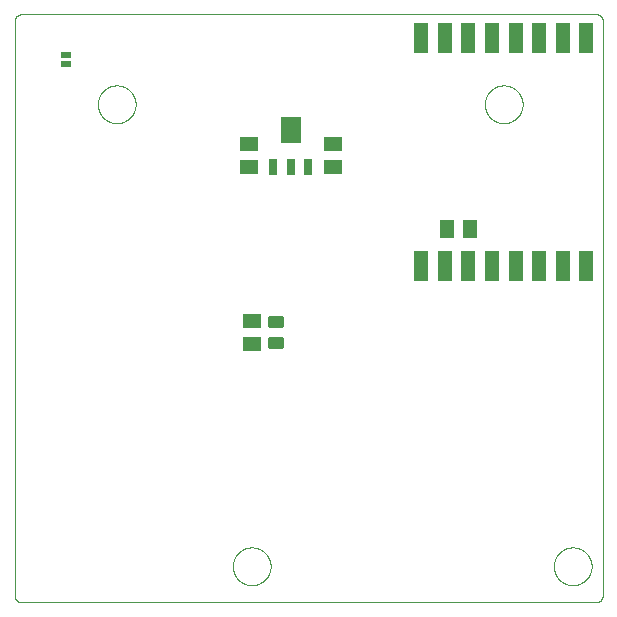
<source format=gtp>
G75*
%MOIN*%
%OFA0B0*%
%FSLAX25Y25*%
%IPPOS*%
%LPD*%
%AMOC8*
5,1,8,0,0,1.08239X$1,22.5*
%
%ADD10C,0.00000*%
%ADD11C,0.01000*%
%ADD12R,0.05906X0.05118*%
%ADD13R,0.05118X0.05906*%
%ADD14R,0.05000X0.10000*%
%ADD15R,0.03500X0.02400*%
%ADD16R,0.03150X0.05512*%
%ADD17R,0.07087X0.08661*%
D10*
X0001500Y0003736D02*
X0001500Y0195264D01*
X0001502Y0195356D01*
X0001508Y0195449D01*
X0001517Y0195541D01*
X0001530Y0195632D01*
X0001548Y0195723D01*
X0001568Y0195813D01*
X0001593Y0195902D01*
X0001621Y0195990D01*
X0001653Y0196077D01*
X0001688Y0196162D01*
X0001727Y0196246D01*
X0001769Y0196328D01*
X0001815Y0196409D01*
X0001864Y0196487D01*
X0001916Y0196563D01*
X0001971Y0196637D01*
X0002030Y0196709D01*
X0002091Y0196778D01*
X0002155Y0196845D01*
X0002222Y0196909D01*
X0002291Y0196970D01*
X0002363Y0197029D01*
X0002437Y0197084D01*
X0002513Y0197136D01*
X0002591Y0197185D01*
X0002672Y0197231D01*
X0002754Y0197273D01*
X0002838Y0197312D01*
X0002923Y0197347D01*
X0003010Y0197379D01*
X0003098Y0197407D01*
X0003187Y0197432D01*
X0003277Y0197452D01*
X0003368Y0197470D01*
X0003459Y0197483D01*
X0003551Y0197492D01*
X0003644Y0197498D01*
X0003736Y0197500D01*
X0195264Y0197500D01*
X0195356Y0197498D01*
X0195449Y0197492D01*
X0195541Y0197483D01*
X0195632Y0197470D01*
X0195723Y0197452D01*
X0195813Y0197432D01*
X0195902Y0197407D01*
X0195990Y0197379D01*
X0196077Y0197347D01*
X0196162Y0197312D01*
X0196246Y0197273D01*
X0196328Y0197231D01*
X0196409Y0197185D01*
X0196487Y0197136D01*
X0196563Y0197084D01*
X0196637Y0197029D01*
X0196709Y0196970D01*
X0196778Y0196909D01*
X0196845Y0196845D01*
X0196909Y0196778D01*
X0196970Y0196709D01*
X0197029Y0196637D01*
X0197084Y0196563D01*
X0197136Y0196487D01*
X0197185Y0196409D01*
X0197231Y0196328D01*
X0197273Y0196246D01*
X0197312Y0196162D01*
X0197347Y0196077D01*
X0197379Y0195990D01*
X0197407Y0195902D01*
X0197432Y0195813D01*
X0197452Y0195723D01*
X0197470Y0195632D01*
X0197483Y0195541D01*
X0197492Y0195449D01*
X0197498Y0195356D01*
X0197500Y0195264D01*
X0197500Y0003736D01*
X0197498Y0003644D01*
X0197492Y0003551D01*
X0197483Y0003459D01*
X0197470Y0003368D01*
X0197452Y0003277D01*
X0197432Y0003187D01*
X0197407Y0003098D01*
X0197379Y0003010D01*
X0197347Y0002923D01*
X0197312Y0002838D01*
X0197273Y0002754D01*
X0197231Y0002672D01*
X0197185Y0002591D01*
X0197136Y0002513D01*
X0197084Y0002437D01*
X0197029Y0002363D01*
X0196970Y0002291D01*
X0196909Y0002222D01*
X0196845Y0002155D01*
X0196778Y0002091D01*
X0196709Y0002030D01*
X0196637Y0001971D01*
X0196563Y0001916D01*
X0196487Y0001864D01*
X0196409Y0001815D01*
X0196328Y0001769D01*
X0196246Y0001727D01*
X0196162Y0001688D01*
X0196077Y0001653D01*
X0195990Y0001621D01*
X0195902Y0001593D01*
X0195813Y0001568D01*
X0195723Y0001548D01*
X0195632Y0001530D01*
X0195541Y0001517D01*
X0195449Y0001508D01*
X0195356Y0001502D01*
X0195264Y0001500D01*
X0003736Y0001500D01*
X0003644Y0001502D01*
X0003551Y0001508D01*
X0003459Y0001517D01*
X0003368Y0001530D01*
X0003277Y0001548D01*
X0003187Y0001568D01*
X0003098Y0001593D01*
X0003010Y0001621D01*
X0002923Y0001653D01*
X0002838Y0001688D01*
X0002754Y0001727D01*
X0002672Y0001769D01*
X0002591Y0001815D01*
X0002513Y0001864D01*
X0002437Y0001916D01*
X0002363Y0001971D01*
X0002291Y0002030D01*
X0002222Y0002091D01*
X0002155Y0002155D01*
X0002091Y0002222D01*
X0002030Y0002291D01*
X0001971Y0002363D01*
X0001916Y0002437D01*
X0001864Y0002513D01*
X0001815Y0002591D01*
X0001769Y0002672D01*
X0001727Y0002754D01*
X0001688Y0002838D01*
X0001653Y0002923D01*
X0001621Y0003010D01*
X0001593Y0003098D01*
X0001568Y0003187D01*
X0001548Y0003277D01*
X0001530Y0003368D01*
X0001517Y0003459D01*
X0001508Y0003551D01*
X0001502Y0003644D01*
X0001500Y0003736D01*
X0074201Y0013500D02*
X0074203Y0013658D01*
X0074209Y0013816D01*
X0074219Y0013974D01*
X0074233Y0014132D01*
X0074251Y0014289D01*
X0074272Y0014446D01*
X0074298Y0014602D01*
X0074328Y0014758D01*
X0074361Y0014913D01*
X0074399Y0015066D01*
X0074440Y0015219D01*
X0074485Y0015371D01*
X0074534Y0015522D01*
X0074587Y0015671D01*
X0074643Y0015819D01*
X0074703Y0015965D01*
X0074767Y0016110D01*
X0074835Y0016253D01*
X0074906Y0016395D01*
X0074980Y0016535D01*
X0075058Y0016672D01*
X0075140Y0016808D01*
X0075224Y0016942D01*
X0075313Y0017073D01*
X0075404Y0017202D01*
X0075499Y0017329D01*
X0075596Y0017454D01*
X0075697Y0017576D01*
X0075801Y0017695D01*
X0075908Y0017812D01*
X0076018Y0017926D01*
X0076131Y0018037D01*
X0076246Y0018146D01*
X0076364Y0018251D01*
X0076485Y0018353D01*
X0076608Y0018453D01*
X0076734Y0018549D01*
X0076862Y0018642D01*
X0076992Y0018732D01*
X0077125Y0018818D01*
X0077260Y0018902D01*
X0077396Y0018981D01*
X0077535Y0019058D01*
X0077676Y0019130D01*
X0077818Y0019200D01*
X0077962Y0019265D01*
X0078108Y0019327D01*
X0078255Y0019385D01*
X0078404Y0019440D01*
X0078554Y0019491D01*
X0078705Y0019538D01*
X0078857Y0019581D01*
X0079010Y0019620D01*
X0079165Y0019656D01*
X0079320Y0019687D01*
X0079476Y0019715D01*
X0079632Y0019739D01*
X0079789Y0019759D01*
X0079947Y0019775D01*
X0080104Y0019787D01*
X0080263Y0019795D01*
X0080421Y0019799D01*
X0080579Y0019799D01*
X0080737Y0019795D01*
X0080896Y0019787D01*
X0081053Y0019775D01*
X0081211Y0019759D01*
X0081368Y0019739D01*
X0081524Y0019715D01*
X0081680Y0019687D01*
X0081835Y0019656D01*
X0081990Y0019620D01*
X0082143Y0019581D01*
X0082295Y0019538D01*
X0082446Y0019491D01*
X0082596Y0019440D01*
X0082745Y0019385D01*
X0082892Y0019327D01*
X0083038Y0019265D01*
X0083182Y0019200D01*
X0083324Y0019130D01*
X0083465Y0019058D01*
X0083604Y0018981D01*
X0083740Y0018902D01*
X0083875Y0018818D01*
X0084008Y0018732D01*
X0084138Y0018642D01*
X0084266Y0018549D01*
X0084392Y0018453D01*
X0084515Y0018353D01*
X0084636Y0018251D01*
X0084754Y0018146D01*
X0084869Y0018037D01*
X0084982Y0017926D01*
X0085092Y0017812D01*
X0085199Y0017695D01*
X0085303Y0017576D01*
X0085404Y0017454D01*
X0085501Y0017329D01*
X0085596Y0017202D01*
X0085687Y0017073D01*
X0085776Y0016942D01*
X0085860Y0016808D01*
X0085942Y0016672D01*
X0086020Y0016535D01*
X0086094Y0016395D01*
X0086165Y0016253D01*
X0086233Y0016110D01*
X0086297Y0015965D01*
X0086357Y0015819D01*
X0086413Y0015671D01*
X0086466Y0015522D01*
X0086515Y0015371D01*
X0086560Y0015219D01*
X0086601Y0015066D01*
X0086639Y0014913D01*
X0086672Y0014758D01*
X0086702Y0014602D01*
X0086728Y0014446D01*
X0086749Y0014289D01*
X0086767Y0014132D01*
X0086781Y0013974D01*
X0086791Y0013816D01*
X0086797Y0013658D01*
X0086799Y0013500D01*
X0086797Y0013342D01*
X0086791Y0013184D01*
X0086781Y0013026D01*
X0086767Y0012868D01*
X0086749Y0012711D01*
X0086728Y0012554D01*
X0086702Y0012398D01*
X0086672Y0012242D01*
X0086639Y0012087D01*
X0086601Y0011934D01*
X0086560Y0011781D01*
X0086515Y0011629D01*
X0086466Y0011478D01*
X0086413Y0011329D01*
X0086357Y0011181D01*
X0086297Y0011035D01*
X0086233Y0010890D01*
X0086165Y0010747D01*
X0086094Y0010605D01*
X0086020Y0010465D01*
X0085942Y0010328D01*
X0085860Y0010192D01*
X0085776Y0010058D01*
X0085687Y0009927D01*
X0085596Y0009798D01*
X0085501Y0009671D01*
X0085404Y0009546D01*
X0085303Y0009424D01*
X0085199Y0009305D01*
X0085092Y0009188D01*
X0084982Y0009074D01*
X0084869Y0008963D01*
X0084754Y0008854D01*
X0084636Y0008749D01*
X0084515Y0008647D01*
X0084392Y0008547D01*
X0084266Y0008451D01*
X0084138Y0008358D01*
X0084008Y0008268D01*
X0083875Y0008182D01*
X0083740Y0008098D01*
X0083604Y0008019D01*
X0083465Y0007942D01*
X0083324Y0007870D01*
X0083182Y0007800D01*
X0083038Y0007735D01*
X0082892Y0007673D01*
X0082745Y0007615D01*
X0082596Y0007560D01*
X0082446Y0007509D01*
X0082295Y0007462D01*
X0082143Y0007419D01*
X0081990Y0007380D01*
X0081835Y0007344D01*
X0081680Y0007313D01*
X0081524Y0007285D01*
X0081368Y0007261D01*
X0081211Y0007241D01*
X0081053Y0007225D01*
X0080896Y0007213D01*
X0080737Y0007205D01*
X0080579Y0007201D01*
X0080421Y0007201D01*
X0080263Y0007205D01*
X0080104Y0007213D01*
X0079947Y0007225D01*
X0079789Y0007241D01*
X0079632Y0007261D01*
X0079476Y0007285D01*
X0079320Y0007313D01*
X0079165Y0007344D01*
X0079010Y0007380D01*
X0078857Y0007419D01*
X0078705Y0007462D01*
X0078554Y0007509D01*
X0078404Y0007560D01*
X0078255Y0007615D01*
X0078108Y0007673D01*
X0077962Y0007735D01*
X0077818Y0007800D01*
X0077676Y0007870D01*
X0077535Y0007942D01*
X0077396Y0008019D01*
X0077260Y0008098D01*
X0077125Y0008182D01*
X0076992Y0008268D01*
X0076862Y0008358D01*
X0076734Y0008451D01*
X0076608Y0008547D01*
X0076485Y0008647D01*
X0076364Y0008749D01*
X0076246Y0008854D01*
X0076131Y0008963D01*
X0076018Y0009074D01*
X0075908Y0009188D01*
X0075801Y0009305D01*
X0075697Y0009424D01*
X0075596Y0009546D01*
X0075499Y0009671D01*
X0075404Y0009798D01*
X0075313Y0009927D01*
X0075224Y0010058D01*
X0075140Y0010192D01*
X0075058Y0010328D01*
X0074980Y0010465D01*
X0074906Y0010605D01*
X0074835Y0010747D01*
X0074767Y0010890D01*
X0074703Y0011035D01*
X0074643Y0011181D01*
X0074587Y0011329D01*
X0074534Y0011478D01*
X0074485Y0011629D01*
X0074440Y0011781D01*
X0074399Y0011934D01*
X0074361Y0012087D01*
X0074328Y0012242D01*
X0074298Y0012398D01*
X0074272Y0012554D01*
X0074251Y0012711D01*
X0074233Y0012868D01*
X0074219Y0013026D01*
X0074209Y0013184D01*
X0074203Y0013342D01*
X0074201Y0013500D01*
X0181201Y0013500D02*
X0181203Y0013658D01*
X0181209Y0013816D01*
X0181219Y0013974D01*
X0181233Y0014132D01*
X0181251Y0014289D01*
X0181272Y0014446D01*
X0181298Y0014602D01*
X0181328Y0014758D01*
X0181361Y0014913D01*
X0181399Y0015066D01*
X0181440Y0015219D01*
X0181485Y0015371D01*
X0181534Y0015522D01*
X0181587Y0015671D01*
X0181643Y0015819D01*
X0181703Y0015965D01*
X0181767Y0016110D01*
X0181835Y0016253D01*
X0181906Y0016395D01*
X0181980Y0016535D01*
X0182058Y0016672D01*
X0182140Y0016808D01*
X0182224Y0016942D01*
X0182313Y0017073D01*
X0182404Y0017202D01*
X0182499Y0017329D01*
X0182596Y0017454D01*
X0182697Y0017576D01*
X0182801Y0017695D01*
X0182908Y0017812D01*
X0183018Y0017926D01*
X0183131Y0018037D01*
X0183246Y0018146D01*
X0183364Y0018251D01*
X0183485Y0018353D01*
X0183608Y0018453D01*
X0183734Y0018549D01*
X0183862Y0018642D01*
X0183992Y0018732D01*
X0184125Y0018818D01*
X0184260Y0018902D01*
X0184396Y0018981D01*
X0184535Y0019058D01*
X0184676Y0019130D01*
X0184818Y0019200D01*
X0184962Y0019265D01*
X0185108Y0019327D01*
X0185255Y0019385D01*
X0185404Y0019440D01*
X0185554Y0019491D01*
X0185705Y0019538D01*
X0185857Y0019581D01*
X0186010Y0019620D01*
X0186165Y0019656D01*
X0186320Y0019687D01*
X0186476Y0019715D01*
X0186632Y0019739D01*
X0186789Y0019759D01*
X0186947Y0019775D01*
X0187104Y0019787D01*
X0187263Y0019795D01*
X0187421Y0019799D01*
X0187579Y0019799D01*
X0187737Y0019795D01*
X0187896Y0019787D01*
X0188053Y0019775D01*
X0188211Y0019759D01*
X0188368Y0019739D01*
X0188524Y0019715D01*
X0188680Y0019687D01*
X0188835Y0019656D01*
X0188990Y0019620D01*
X0189143Y0019581D01*
X0189295Y0019538D01*
X0189446Y0019491D01*
X0189596Y0019440D01*
X0189745Y0019385D01*
X0189892Y0019327D01*
X0190038Y0019265D01*
X0190182Y0019200D01*
X0190324Y0019130D01*
X0190465Y0019058D01*
X0190604Y0018981D01*
X0190740Y0018902D01*
X0190875Y0018818D01*
X0191008Y0018732D01*
X0191138Y0018642D01*
X0191266Y0018549D01*
X0191392Y0018453D01*
X0191515Y0018353D01*
X0191636Y0018251D01*
X0191754Y0018146D01*
X0191869Y0018037D01*
X0191982Y0017926D01*
X0192092Y0017812D01*
X0192199Y0017695D01*
X0192303Y0017576D01*
X0192404Y0017454D01*
X0192501Y0017329D01*
X0192596Y0017202D01*
X0192687Y0017073D01*
X0192776Y0016942D01*
X0192860Y0016808D01*
X0192942Y0016672D01*
X0193020Y0016535D01*
X0193094Y0016395D01*
X0193165Y0016253D01*
X0193233Y0016110D01*
X0193297Y0015965D01*
X0193357Y0015819D01*
X0193413Y0015671D01*
X0193466Y0015522D01*
X0193515Y0015371D01*
X0193560Y0015219D01*
X0193601Y0015066D01*
X0193639Y0014913D01*
X0193672Y0014758D01*
X0193702Y0014602D01*
X0193728Y0014446D01*
X0193749Y0014289D01*
X0193767Y0014132D01*
X0193781Y0013974D01*
X0193791Y0013816D01*
X0193797Y0013658D01*
X0193799Y0013500D01*
X0193797Y0013342D01*
X0193791Y0013184D01*
X0193781Y0013026D01*
X0193767Y0012868D01*
X0193749Y0012711D01*
X0193728Y0012554D01*
X0193702Y0012398D01*
X0193672Y0012242D01*
X0193639Y0012087D01*
X0193601Y0011934D01*
X0193560Y0011781D01*
X0193515Y0011629D01*
X0193466Y0011478D01*
X0193413Y0011329D01*
X0193357Y0011181D01*
X0193297Y0011035D01*
X0193233Y0010890D01*
X0193165Y0010747D01*
X0193094Y0010605D01*
X0193020Y0010465D01*
X0192942Y0010328D01*
X0192860Y0010192D01*
X0192776Y0010058D01*
X0192687Y0009927D01*
X0192596Y0009798D01*
X0192501Y0009671D01*
X0192404Y0009546D01*
X0192303Y0009424D01*
X0192199Y0009305D01*
X0192092Y0009188D01*
X0191982Y0009074D01*
X0191869Y0008963D01*
X0191754Y0008854D01*
X0191636Y0008749D01*
X0191515Y0008647D01*
X0191392Y0008547D01*
X0191266Y0008451D01*
X0191138Y0008358D01*
X0191008Y0008268D01*
X0190875Y0008182D01*
X0190740Y0008098D01*
X0190604Y0008019D01*
X0190465Y0007942D01*
X0190324Y0007870D01*
X0190182Y0007800D01*
X0190038Y0007735D01*
X0189892Y0007673D01*
X0189745Y0007615D01*
X0189596Y0007560D01*
X0189446Y0007509D01*
X0189295Y0007462D01*
X0189143Y0007419D01*
X0188990Y0007380D01*
X0188835Y0007344D01*
X0188680Y0007313D01*
X0188524Y0007285D01*
X0188368Y0007261D01*
X0188211Y0007241D01*
X0188053Y0007225D01*
X0187896Y0007213D01*
X0187737Y0007205D01*
X0187579Y0007201D01*
X0187421Y0007201D01*
X0187263Y0007205D01*
X0187104Y0007213D01*
X0186947Y0007225D01*
X0186789Y0007241D01*
X0186632Y0007261D01*
X0186476Y0007285D01*
X0186320Y0007313D01*
X0186165Y0007344D01*
X0186010Y0007380D01*
X0185857Y0007419D01*
X0185705Y0007462D01*
X0185554Y0007509D01*
X0185404Y0007560D01*
X0185255Y0007615D01*
X0185108Y0007673D01*
X0184962Y0007735D01*
X0184818Y0007800D01*
X0184676Y0007870D01*
X0184535Y0007942D01*
X0184396Y0008019D01*
X0184260Y0008098D01*
X0184125Y0008182D01*
X0183992Y0008268D01*
X0183862Y0008358D01*
X0183734Y0008451D01*
X0183608Y0008547D01*
X0183485Y0008647D01*
X0183364Y0008749D01*
X0183246Y0008854D01*
X0183131Y0008963D01*
X0183018Y0009074D01*
X0182908Y0009188D01*
X0182801Y0009305D01*
X0182697Y0009424D01*
X0182596Y0009546D01*
X0182499Y0009671D01*
X0182404Y0009798D01*
X0182313Y0009927D01*
X0182224Y0010058D01*
X0182140Y0010192D01*
X0182058Y0010328D01*
X0181980Y0010465D01*
X0181906Y0010605D01*
X0181835Y0010747D01*
X0181767Y0010890D01*
X0181703Y0011035D01*
X0181643Y0011181D01*
X0181587Y0011329D01*
X0181534Y0011478D01*
X0181485Y0011629D01*
X0181440Y0011781D01*
X0181399Y0011934D01*
X0181361Y0012087D01*
X0181328Y0012242D01*
X0181298Y0012398D01*
X0181272Y0012554D01*
X0181251Y0012711D01*
X0181233Y0012868D01*
X0181219Y0013026D01*
X0181209Y0013184D01*
X0181203Y0013342D01*
X0181201Y0013500D01*
X0158201Y0167500D02*
X0158203Y0167658D01*
X0158209Y0167816D01*
X0158219Y0167974D01*
X0158233Y0168132D01*
X0158251Y0168289D01*
X0158272Y0168446D01*
X0158298Y0168602D01*
X0158328Y0168758D01*
X0158361Y0168913D01*
X0158399Y0169066D01*
X0158440Y0169219D01*
X0158485Y0169371D01*
X0158534Y0169522D01*
X0158587Y0169671D01*
X0158643Y0169819D01*
X0158703Y0169965D01*
X0158767Y0170110D01*
X0158835Y0170253D01*
X0158906Y0170395D01*
X0158980Y0170535D01*
X0159058Y0170672D01*
X0159140Y0170808D01*
X0159224Y0170942D01*
X0159313Y0171073D01*
X0159404Y0171202D01*
X0159499Y0171329D01*
X0159596Y0171454D01*
X0159697Y0171576D01*
X0159801Y0171695D01*
X0159908Y0171812D01*
X0160018Y0171926D01*
X0160131Y0172037D01*
X0160246Y0172146D01*
X0160364Y0172251D01*
X0160485Y0172353D01*
X0160608Y0172453D01*
X0160734Y0172549D01*
X0160862Y0172642D01*
X0160992Y0172732D01*
X0161125Y0172818D01*
X0161260Y0172902D01*
X0161396Y0172981D01*
X0161535Y0173058D01*
X0161676Y0173130D01*
X0161818Y0173200D01*
X0161962Y0173265D01*
X0162108Y0173327D01*
X0162255Y0173385D01*
X0162404Y0173440D01*
X0162554Y0173491D01*
X0162705Y0173538D01*
X0162857Y0173581D01*
X0163010Y0173620D01*
X0163165Y0173656D01*
X0163320Y0173687D01*
X0163476Y0173715D01*
X0163632Y0173739D01*
X0163789Y0173759D01*
X0163947Y0173775D01*
X0164104Y0173787D01*
X0164263Y0173795D01*
X0164421Y0173799D01*
X0164579Y0173799D01*
X0164737Y0173795D01*
X0164896Y0173787D01*
X0165053Y0173775D01*
X0165211Y0173759D01*
X0165368Y0173739D01*
X0165524Y0173715D01*
X0165680Y0173687D01*
X0165835Y0173656D01*
X0165990Y0173620D01*
X0166143Y0173581D01*
X0166295Y0173538D01*
X0166446Y0173491D01*
X0166596Y0173440D01*
X0166745Y0173385D01*
X0166892Y0173327D01*
X0167038Y0173265D01*
X0167182Y0173200D01*
X0167324Y0173130D01*
X0167465Y0173058D01*
X0167604Y0172981D01*
X0167740Y0172902D01*
X0167875Y0172818D01*
X0168008Y0172732D01*
X0168138Y0172642D01*
X0168266Y0172549D01*
X0168392Y0172453D01*
X0168515Y0172353D01*
X0168636Y0172251D01*
X0168754Y0172146D01*
X0168869Y0172037D01*
X0168982Y0171926D01*
X0169092Y0171812D01*
X0169199Y0171695D01*
X0169303Y0171576D01*
X0169404Y0171454D01*
X0169501Y0171329D01*
X0169596Y0171202D01*
X0169687Y0171073D01*
X0169776Y0170942D01*
X0169860Y0170808D01*
X0169942Y0170672D01*
X0170020Y0170535D01*
X0170094Y0170395D01*
X0170165Y0170253D01*
X0170233Y0170110D01*
X0170297Y0169965D01*
X0170357Y0169819D01*
X0170413Y0169671D01*
X0170466Y0169522D01*
X0170515Y0169371D01*
X0170560Y0169219D01*
X0170601Y0169066D01*
X0170639Y0168913D01*
X0170672Y0168758D01*
X0170702Y0168602D01*
X0170728Y0168446D01*
X0170749Y0168289D01*
X0170767Y0168132D01*
X0170781Y0167974D01*
X0170791Y0167816D01*
X0170797Y0167658D01*
X0170799Y0167500D01*
X0170797Y0167342D01*
X0170791Y0167184D01*
X0170781Y0167026D01*
X0170767Y0166868D01*
X0170749Y0166711D01*
X0170728Y0166554D01*
X0170702Y0166398D01*
X0170672Y0166242D01*
X0170639Y0166087D01*
X0170601Y0165934D01*
X0170560Y0165781D01*
X0170515Y0165629D01*
X0170466Y0165478D01*
X0170413Y0165329D01*
X0170357Y0165181D01*
X0170297Y0165035D01*
X0170233Y0164890D01*
X0170165Y0164747D01*
X0170094Y0164605D01*
X0170020Y0164465D01*
X0169942Y0164328D01*
X0169860Y0164192D01*
X0169776Y0164058D01*
X0169687Y0163927D01*
X0169596Y0163798D01*
X0169501Y0163671D01*
X0169404Y0163546D01*
X0169303Y0163424D01*
X0169199Y0163305D01*
X0169092Y0163188D01*
X0168982Y0163074D01*
X0168869Y0162963D01*
X0168754Y0162854D01*
X0168636Y0162749D01*
X0168515Y0162647D01*
X0168392Y0162547D01*
X0168266Y0162451D01*
X0168138Y0162358D01*
X0168008Y0162268D01*
X0167875Y0162182D01*
X0167740Y0162098D01*
X0167604Y0162019D01*
X0167465Y0161942D01*
X0167324Y0161870D01*
X0167182Y0161800D01*
X0167038Y0161735D01*
X0166892Y0161673D01*
X0166745Y0161615D01*
X0166596Y0161560D01*
X0166446Y0161509D01*
X0166295Y0161462D01*
X0166143Y0161419D01*
X0165990Y0161380D01*
X0165835Y0161344D01*
X0165680Y0161313D01*
X0165524Y0161285D01*
X0165368Y0161261D01*
X0165211Y0161241D01*
X0165053Y0161225D01*
X0164896Y0161213D01*
X0164737Y0161205D01*
X0164579Y0161201D01*
X0164421Y0161201D01*
X0164263Y0161205D01*
X0164104Y0161213D01*
X0163947Y0161225D01*
X0163789Y0161241D01*
X0163632Y0161261D01*
X0163476Y0161285D01*
X0163320Y0161313D01*
X0163165Y0161344D01*
X0163010Y0161380D01*
X0162857Y0161419D01*
X0162705Y0161462D01*
X0162554Y0161509D01*
X0162404Y0161560D01*
X0162255Y0161615D01*
X0162108Y0161673D01*
X0161962Y0161735D01*
X0161818Y0161800D01*
X0161676Y0161870D01*
X0161535Y0161942D01*
X0161396Y0162019D01*
X0161260Y0162098D01*
X0161125Y0162182D01*
X0160992Y0162268D01*
X0160862Y0162358D01*
X0160734Y0162451D01*
X0160608Y0162547D01*
X0160485Y0162647D01*
X0160364Y0162749D01*
X0160246Y0162854D01*
X0160131Y0162963D01*
X0160018Y0163074D01*
X0159908Y0163188D01*
X0159801Y0163305D01*
X0159697Y0163424D01*
X0159596Y0163546D01*
X0159499Y0163671D01*
X0159404Y0163798D01*
X0159313Y0163927D01*
X0159224Y0164058D01*
X0159140Y0164192D01*
X0159058Y0164328D01*
X0158980Y0164465D01*
X0158906Y0164605D01*
X0158835Y0164747D01*
X0158767Y0164890D01*
X0158703Y0165035D01*
X0158643Y0165181D01*
X0158587Y0165329D01*
X0158534Y0165478D01*
X0158485Y0165629D01*
X0158440Y0165781D01*
X0158399Y0165934D01*
X0158361Y0166087D01*
X0158328Y0166242D01*
X0158298Y0166398D01*
X0158272Y0166554D01*
X0158251Y0166711D01*
X0158233Y0166868D01*
X0158219Y0167026D01*
X0158209Y0167184D01*
X0158203Y0167342D01*
X0158201Y0167500D01*
X0029201Y0167500D02*
X0029203Y0167658D01*
X0029209Y0167816D01*
X0029219Y0167974D01*
X0029233Y0168132D01*
X0029251Y0168289D01*
X0029272Y0168446D01*
X0029298Y0168602D01*
X0029328Y0168758D01*
X0029361Y0168913D01*
X0029399Y0169066D01*
X0029440Y0169219D01*
X0029485Y0169371D01*
X0029534Y0169522D01*
X0029587Y0169671D01*
X0029643Y0169819D01*
X0029703Y0169965D01*
X0029767Y0170110D01*
X0029835Y0170253D01*
X0029906Y0170395D01*
X0029980Y0170535D01*
X0030058Y0170672D01*
X0030140Y0170808D01*
X0030224Y0170942D01*
X0030313Y0171073D01*
X0030404Y0171202D01*
X0030499Y0171329D01*
X0030596Y0171454D01*
X0030697Y0171576D01*
X0030801Y0171695D01*
X0030908Y0171812D01*
X0031018Y0171926D01*
X0031131Y0172037D01*
X0031246Y0172146D01*
X0031364Y0172251D01*
X0031485Y0172353D01*
X0031608Y0172453D01*
X0031734Y0172549D01*
X0031862Y0172642D01*
X0031992Y0172732D01*
X0032125Y0172818D01*
X0032260Y0172902D01*
X0032396Y0172981D01*
X0032535Y0173058D01*
X0032676Y0173130D01*
X0032818Y0173200D01*
X0032962Y0173265D01*
X0033108Y0173327D01*
X0033255Y0173385D01*
X0033404Y0173440D01*
X0033554Y0173491D01*
X0033705Y0173538D01*
X0033857Y0173581D01*
X0034010Y0173620D01*
X0034165Y0173656D01*
X0034320Y0173687D01*
X0034476Y0173715D01*
X0034632Y0173739D01*
X0034789Y0173759D01*
X0034947Y0173775D01*
X0035104Y0173787D01*
X0035263Y0173795D01*
X0035421Y0173799D01*
X0035579Y0173799D01*
X0035737Y0173795D01*
X0035896Y0173787D01*
X0036053Y0173775D01*
X0036211Y0173759D01*
X0036368Y0173739D01*
X0036524Y0173715D01*
X0036680Y0173687D01*
X0036835Y0173656D01*
X0036990Y0173620D01*
X0037143Y0173581D01*
X0037295Y0173538D01*
X0037446Y0173491D01*
X0037596Y0173440D01*
X0037745Y0173385D01*
X0037892Y0173327D01*
X0038038Y0173265D01*
X0038182Y0173200D01*
X0038324Y0173130D01*
X0038465Y0173058D01*
X0038604Y0172981D01*
X0038740Y0172902D01*
X0038875Y0172818D01*
X0039008Y0172732D01*
X0039138Y0172642D01*
X0039266Y0172549D01*
X0039392Y0172453D01*
X0039515Y0172353D01*
X0039636Y0172251D01*
X0039754Y0172146D01*
X0039869Y0172037D01*
X0039982Y0171926D01*
X0040092Y0171812D01*
X0040199Y0171695D01*
X0040303Y0171576D01*
X0040404Y0171454D01*
X0040501Y0171329D01*
X0040596Y0171202D01*
X0040687Y0171073D01*
X0040776Y0170942D01*
X0040860Y0170808D01*
X0040942Y0170672D01*
X0041020Y0170535D01*
X0041094Y0170395D01*
X0041165Y0170253D01*
X0041233Y0170110D01*
X0041297Y0169965D01*
X0041357Y0169819D01*
X0041413Y0169671D01*
X0041466Y0169522D01*
X0041515Y0169371D01*
X0041560Y0169219D01*
X0041601Y0169066D01*
X0041639Y0168913D01*
X0041672Y0168758D01*
X0041702Y0168602D01*
X0041728Y0168446D01*
X0041749Y0168289D01*
X0041767Y0168132D01*
X0041781Y0167974D01*
X0041791Y0167816D01*
X0041797Y0167658D01*
X0041799Y0167500D01*
X0041797Y0167342D01*
X0041791Y0167184D01*
X0041781Y0167026D01*
X0041767Y0166868D01*
X0041749Y0166711D01*
X0041728Y0166554D01*
X0041702Y0166398D01*
X0041672Y0166242D01*
X0041639Y0166087D01*
X0041601Y0165934D01*
X0041560Y0165781D01*
X0041515Y0165629D01*
X0041466Y0165478D01*
X0041413Y0165329D01*
X0041357Y0165181D01*
X0041297Y0165035D01*
X0041233Y0164890D01*
X0041165Y0164747D01*
X0041094Y0164605D01*
X0041020Y0164465D01*
X0040942Y0164328D01*
X0040860Y0164192D01*
X0040776Y0164058D01*
X0040687Y0163927D01*
X0040596Y0163798D01*
X0040501Y0163671D01*
X0040404Y0163546D01*
X0040303Y0163424D01*
X0040199Y0163305D01*
X0040092Y0163188D01*
X0039982Y0163074D01*
X0039869Y0162963D01*
X0039754Y0162854D01*
X0039636Y0162749D01*
X0039515Y0162647D01*
X0039392Y0162547D01*
X0039266Y0162451D01*
X0039138Y0162358D01*
X0039008Y0162268D01*
X0038875Y0162182D01*
X0038740Y0162098D01*
X0038604Y0162019D01*
X0038465Y0161942D01*
X0038324Y0161870D01*
X0038182Y0161800D01*
X0038038Y0161735D01*
X0037892Y0161673D01*
X0037745Y0161615D01*
X0037596Y0161560D01*
X0037446Y0161509D01*
X0037295Y0161462D01*
X0037143Y0161419D01*
X0036990Y0161380D01*
X0036835Y0161344D01*
X0036680Y0161313D01*
X0036524Y0161285D01*
X0036368Y0161261D01*
X0036211Y0161241D01*
X0036053Y0161225D01*
X0035896Y0161213D01*
X0035737Y0161205D01*
X0035579Y0161201D01*
X0035421Y0161201D01*
X0035263Y0161205D01*
X0035104Y0161213D01*
X0034947Y0161225D01*
X0034789Y0161241D01*
X0034632Y0161261D01*
X0034476Y0161285D01*
X0034320Y0161313D01*
X0034165Y0161344D01*
X0034010Y0161380D01*
X0033857Y0161419D01*
X0033705Y0161462D01*
X0033554Y0161509D01*
X0033404Y0161560D01*
X0033255Y0161615D01*
X0033108Y0161673D01*
X0032962Y0161735D01*
X0032818Y0161800D01*
X0032676Y0161870D01*
X0032535Y0161942D01*
X0032396Y0162019D01*
X0032260Y0162098D01*
X0032125Y0162182D01*
X0031992Y0162268D01*
X0031862Y0162358D01*
X0031734Y0162451D01*
X0031608Y0162547D01*
X0031485Y0162647D01*
X0031364Y0162749D01*
X0031246Y0162854D01*
X0031131Y0162963D01*
X0031018Y0163074D01*
X0030908Y0163188D01*
X0030801Y0163305D01*
X0030697Y0163424D01*
X0030596Y0163546D01*
X0030499Y0163671D01*
X0030404Y0163798D01*
X0030313Y0163927D01*
X0030224Y0164058D01*
X0030140Y0164192D01*
X0030058Y0164328D01*
X0029980Y0164465D01*
X0029906Y0164605D01*
X0029835Y0164747D01*
X0029767Y0164890D01*
X0029703Y0165035D01*
X0029643Y0165181D01*
X0029587Y0165329D01*
X0029534Y0165478D01*
X0029485Y0165629D01*
X0029440Y0165781D01*
X0029399Y0165934D01*
X0029361Y0166087D01*
X0029328Y0166242D01*
X0029298Y0166398D01*
X0029272Y0166554D01*
X0029251Y0166711D01*
X0029233Y0166868D01*
X0029219Y0167026D01*
X0029209Y0167184D01*
X0029203Y0167342D01*
X0029201Y0167500D01*
D11*
X0090750Y0096500D02*
X0090750Y0093500D01*
X0086250Y0093500D01*
X0086250Y0096500D01*
X0090750Y0096500D01*
X0090750Y0094499D02*
X0086250Y0094499D01*
X0086250Y0095498D02*
X0090750Y0095498D01*
X0090750Y0096497D02*
X0086250Y0096497D01*
X0090750Y0089500D02*
X0090750Y0086500D01*
X0086250Y0086500D01*
X0086250Y0089500D01*
X0090750Y0089500D01*
X0090750Y0087499D02*
X0086250Y0087499D01*
X0086250Y0088498D02*
X0090750Y0088498D01*
X0090750Y0089497D02*
X0086250Y0089497D01*
D12*
X0080500Y0087760D03*
X0080500Y0095240D03*
X0079500Y0146760D03*
X0079500Y0154240D03*
X0107500Y0154240D03*
X0107500Y0146760D03*
D13*
X0145760Y0126000D03*
X0153240Y0126000D03*
D14*
X0152689Y0113500D03*
X0160563Y0113500D03*
X0168437Y0113500D03*
X0176311Y0113500D03*
X0184185Y0113500D03*
X0192059Y0113500D03*
X0144815Y0113500D03*
X0136941Y0113500D03*
X0136941Y0189500D03*
X0144815Y0189500D03*
X0152689Y0189500D03*
X0160563Y0189500D03*
X0168437Y0189500D03*
X0176311Y0189500D03*
X0184185Y0189500D03*
X0192059Y0189500D03*
D15*
X0018500Y0184000D03*
X0018500Y0181000D03*
D16*
X0087594Y0146705D03*
X0093500Y0146705D03*
X0099406Y0146705D03*
D17*
X0093500Y0158831D03*
M02*

</source>
